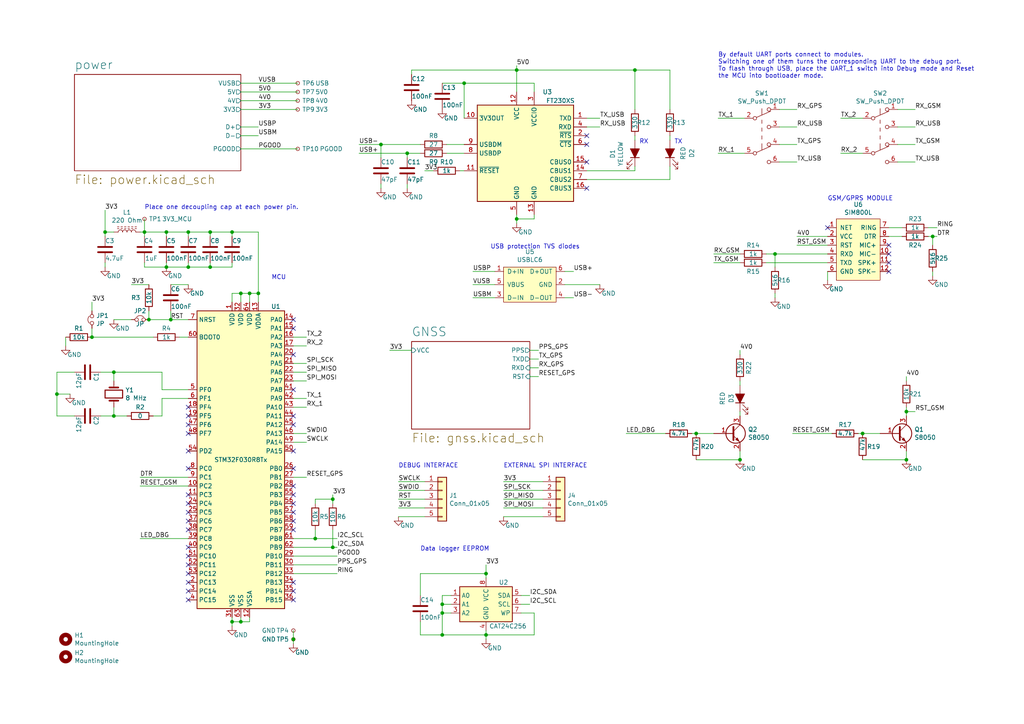
<source format=kicad_sch>
(kicad_sch (version 20211123) (generator eeschema)
  (paper "A4")
  (title_block (title "GPS Tracker Basic") (date "2020-11-07") (rev "1.0") (company "The Antenna Guy"))
  (junction (at 140.97 184.15))
  (junction (at 49.53 92.71))
  (junction (at 41.91 67.31))
  (junction (at 184.15 20.32))
  (junction (at 118.11 44.45))
  (junction (at 48.26 77.47))
  (junction (at 16.51 114.3))
  (junction (at 250.19 125.73))
  (junction (at 30.48 67.31))
  (junction (at 140.97 166.37))
  (junction (at 128.27 184.15))
  (junction (at 54.61 77.47))
  (junction (at 69.85 180.34))
  (junction (at 201.93 125.73))
  (junction (at 91.44 156.21))
  (junction (at 48.26 67.31))
  (junction (at 26.67 97.79))
  (junction (at 262.89 133.35))
  (junction (at 96.52 158.75))
  (junction (at 96.52 144.78))
  (junction (at 214.63 133.35))
  (junction (at 69.85 85.09))
  (junction (at 128.27 175.26))
  (junction (at 54.61 67.31))
  (junction (at 72.39 85.09))
  (junction (at 43.18 92.71))
  (junction (at 33.02 120.65))
  (junction (at 134.62 24.13))
  (junction (at 33.02 107.95))
  (junction (at 262.89 119.38))
  (junction (at 110.49 41.91))
  (junction (at 67.31 180.34))
  (junction (at 67.31 67.31))
  (junction (at 74.93 85.09))
  (junction (at 149.86 63.5))
  (junction (at 85.09 185.42))
  (junction (at 128.27 177.8))
  (junction (at 60.96 77.47))
  (junction (at 224.79 73.66))
  (junction (at 60.96 67.31))
  (junction (at 270.51 68.58))
  (junction (at 149.86 20.32))
  (no_connect (at 257.81 71.12))
  (no_connect (at 85.09 171.45))
  (no_connect (at 85.09 146.05))
  (no_connect (at 54.61 135.89))
  (no_connect (at 85.09 168.91))
  (no_connect (at 54.61 168.91))
  (no_connect (at 54.61 158.75))
  (no_connect (at 54.61 143.51))
  (no_connect (at 257.81 73.66))
  (no_connect (at 54.61 146.05))
  (no_connect (at 54.61 130.81))
  (no_connect (at 85.09 102.87))
  (no_connect (at 54.61 161.29))
  (no_connect (at 54.61 163.83))
  (no_connect (at 170.18 41.91))
  (no_connect (at 54.61 173.99))
  (no_connect (at 85.09 135.89))
  (no_connect (at 257.81 76.2))
  (no_connect (at 85.09 173.99))
  (no_connect (at 85.09 153.67))
  (no_connect (at 85.09 130.81))
  (no_connect (at 85.09 113.03))
  (no_connect (at 54.61 125.73))
  (no_connect (at 85.09 148.59))
  (no_connect (at 85.09 123.19))
  (no_connect (at 85.09 140.97))
  (no_connect (at 85.09 143.51))
  (no_connect (at 170.18 54.61))
  (no_connect (at 170.18 46.99))
  (no_connect (at 170.18 39.37))
  (no_connect (at 240.03 66.04))
  (no_connect (at 85.09 151.13))
  (no_connect (at 54.61 120.65))
  (no_connect (at 85.09 120.65))
  (no_connect (at 54.61 166.37))
  (no_connect (at 54.61 151.13))
  (no_connect (at 257.81 78.74))
  (no_connect (at 54.61 171.45))
  (no_connect (at 54.61 153.67))
  (no_connect (at 85.09 95.25))
  (no_connect (at 54.61 118.11))
  (no_connect (at 54.61 148.59))
  (no_connect (at 85.09 92.71))
  (no_connect (at 54.61 123.19))
  (wire (pts (xy 91.44 156.21) (xy 97.79 156.21)))
  (wire (pts (xy 146.05 139.7) (xy 157.48 139.7)))
  (wire (pts (xy 85.09 107.95) (xy 88.9 107.95)))
  (wire (pts (xy 54.61 68.58) (xy 54.61 67.31)))
  (wire (pts (xy 128.27 24.13) (xy 134.62 24.13)))
  (wire (pts (xy 26.67 97.79) (xy 26.67 95.25)))
  (wire (pts (xy 72.39 85.09) (xy 69.85 85.09)))
  (wire (pts (xy 250.19 133.35) (xy 262.89 133.35)))
  (wire (pts (xy 67.31 181.61) (xy 67.31 180.34)))
  (wire (pts (xy 128.27 184.15) (xy 140.97 184.15)))
  (wire (pts (xy 49.53 92.71) (xy 54.61 92.71)))
  (wire (pts (xy 243.84 44.45) (xy 250.19 44.45)))
  (wire (pts (xy 270.51 71.12) (xy 270.51 68.58)))
  (wire (pts (xy 153.67 106.68) (xy 156.21 106.68)))
  (wire (pts (xy 119.38 20.32) (xy 149.86 20.32)))
  (wire (pts (xy 184.15 31.75) (xy 184.15 20.32)))
  (wire (pts (xy 128.27 172.72) (xy 128.27 175.26)))
  (wire (pts (xy 260.35 36.83) (xy 265.43 36.83)))
  (wire (pts (xy 54.61 67.31) (xy 60.96 67.31)))
  (wire (pts (xy 214.63 111.76) (xy 214.63 110.49)))
  (wire (pts (xy 69.85 31.75) (xy 86.36 31.75)))
  (wire (pts (xy 118.11 54.61) (xy 118.11 53.34)))
  (wire (pts (xy 74.93 85.09) (xy 72.39 85.09)))
  (wire (pts (xy 128.27 175.26) (xy 128.27 177.8)))
  (wire (pts (xy 46.99 107.95) (xy 46.99 113.03)))
  (wire (pts (xy 229.87 125.73) (xy 241.3 125.73)))
  (wire (pts (xy 67.31 180.34) (xy 67.31 179.07)))
  (wire (pts (xy 16.51 120.65) (xy 21.59 120.65)))
  (wire (pts (xy 170.18 52.07) (xy 194.31 52.07)))
  (wire (pts (xy 270.51 68.58) (xy 271.78 68.58)))
  (wire (pts (xy 146.05 144.78) (xy 157.48 144.78)))
  (wire (pts (xy 260.35 46.99) (xy 265.43 46.99)))
  (wire (pts (xy 69.85 180.34) (xy 67.31 180.34)))
  (wire (pts (xy 207.01 76.2) (xy 214.63 76.2)))
  (wire (pts (xy 154.94 24.13) (xy 134.62 24.13)))
  (wire (pts (xy 151.13 177.8) (xy 154.94 177.8)))
  (wire (pts (xy 184.15 48.26) (xy 184.15 49.53)))
  (wire (pts (xy 193.04 125.73) (xy 181.61 125.73)))
  (wire (pts (xy 97.79 166.37) (xy 85.09 166.37)))
  (wire (pts (xy 157.48 142.24) (xy 146.05 142.24)))
  (wire (pts (xy 88.9 118.11) (xy 85.09 118.11)))
  (wire (pts (xy 19.05 97.79) (xy 19.05 100.33)))
  (wire (pts (xy 146.05 147.32) (xy 157.48 147.32)))
  (wire (pts (xy 121.92 180.34) (xy 121.92 184.15)))
  (wire (pts (xy 72.39 87.63) (xy 72.39 85.09)))
  (wire (pts (xy 224.79 73.66) (xy 222.25 73.66)))
  (wire (pts (xy 30.48 67.31) (xy 33.02 67.31)))
  (wire (pts (xy 140.97 166.37) (xy 140.97 163.83)))
  (wire (pts (xy 194.31 20.32) (xy 184.15 20.32)))
  (wire (pts (xy 261.62 66.04) (xy 257.81 66.04)))
  (wire (pts (xy 226.06 36.83) (xy 231.14 36.83)))
  (wire (pts (xy 60.96 67.31) (xy 67.31 67.31)))
  (wire (pts (xy 153.67 101.6) (xy 156.21 101.6)))
  (wire (pts (xy 29.21 107.95) (xy 33.02 107.95)))
  (wire (pts (xy 271.78 66.04) (xy 269.24 66.04)))
  (wire (pts (xy 201.93 125.73) (xy 207.01 125.73)))
  (wire (pts (xy 69.85 87.63) (xy 69.85 85.09)))
  (wire (pts (xy 54.61 76.2) (xy 54.61 77.47)))
  (wire (pts (xy 33.02 120.65) (xy 33.02 118.11)))
  (wire (pts (xy 118.11 44.45) (xy 121.92 44.45)))
  (wire (pts (xy 41.91 77.47) (xy 48.26 77.47)))
  (wire (pts (xy 166.37 78.74) (xy 163.83 78.74)))
  (wire (pts (xy 52.07 97.79) (xy 54.61 97.79)))
  (wire (pts (xy 208.28 44.45) (xy 215.9 44.45)))
  (wire (pts (xy 48.26 67.31) (xy 54.61 67.31)))
  (wire (pts (xy 67.31 85.09) (xy 67.31 87.63)))
  (wire (pts (xy 29.21 120.65) (xy 33.02 120.65)))
  (wire (pts (xy 85.09 163.83) (xy 97.79 163.83)))
  (wire (pts (xy 262.89 118.11) (xy 262.89 119.38)))
  (wire (pts (xy 149.86 63.5) (xy 149.86 62.23)))
  (wire (pts (xy 60.96 77.47) (xy 67.31 77.47)))
  (wire (pts (xy 270.51 80.01) (xy 270.51 78.74)))
  (wire (pts (xy 69.85 85.09) (xy 67.31 85.09)))
  (wire (pts (xy 88.9 128.27) (xy 85.09 128.27)))
  (wire (pts (xy 243.84 34.29) (xy 250.19 34.29)))
  (wire (pts (xy 134.62 34.29) (xy 134.62 24.13)))
  (wire (pts (xy 74.93 85.09) (xy 74.93 67.31)))
  (wire (pts (xy 48.26 77.47) (xy 54.61 77.47)))
  (wire (pts (xy 151.13 175.26) (xy 153.67 175.26)))
  (wire (pts (xy 85.09 186.69) (xy 85.09 185.42)))
  (wire (pts (xy 85.09 156.21) (xy 91.44 156.21)))
  (wire (pts (xy 43.18 92.71) (xy 49.53 92.71)))
  (wire (pts (xy 194.31 40.64) (xy 194.31 39.37)))
  (wire (pts (xy 48.26 68.58) (xy 48.26 67.31)))
  (wire (pts (xy 91.44 153.67) (xy 91.44 156.21)))
  (wire (pts (xy 85.09 105.41) (xy 88.9 105.41)))
  (wire (pts (xy 30.48 68.58) (xy 30.48 67.31)))
  (wire (pts (xy 194.31 31.75) (xy 194.31 20.32)))
  (wire (pts (xy 240.03 71.12) (xy 231.14 71.12)))
  (wire (pts (xy 33.02 107.95) (xy 46.99 107.95)))
  (wire (pts (xy 163.83 82.55) (xy 173.99 82.55)))
  (wire (pts (xy 257.81 68.58) (xy 261.62 68.58)))
  (wire (pts (xy 184.15 20.32) (xy 149.86 20.32)))
  (wire (pts (xy 143.51 86.36) (xy 137.16 86.36)))
  (wire (pts (xy 262.89 119.38) (xy 262.89 120.65)))
  (wire (pts (xy 54.61 138.43) (xy 40.64 138.43)))
  (wire (pts (xy 184.15 49.53) (xy 170.18 49.53)))
  (wire (pts (xy 44.45 120.65) (xy 46.99 120.65)))
  (wire (pts (xy 240.03 81.28) (xy 240.03 78.74)))
  (wire (pts (xy 74.93 87.63) (xy 74.93 85.09)))
  (wire (pts (xy 154.94 63.5) (xy 149.86 63.5)))
  (wire (pts (xy 69.85 36.83) (xy 74.93 36.83)))
  (wire (pts (xy 119.38 101.6) (xy 113.03 101.6)))
  (wire (pts (xy 201.93 125.73) (xy 200.66 125.73)))
  (wire (pts (xy 143.51 82.55) (xy 137.16 82.55)))
  (wire (pts (xy 129.54 44.45) (xy 134.62 44.45)))
  (wire (pts (xy 43.18 90.17) (xy 43.18 92.71)))
  (wire (pts (xy 97.79 161.29) (xy 85.09 161.29)))
  (wire (pts (xy 85.09 97.79) (xy 88.9 97.79)))
  (wire (pts (xy 201.93 133.35) (xy 214.63 133.35)))
  (wire (pts (xy 194.31 52.07) (xy 194.31 48.26)))
  (wire (pts (xy 226.06 46.99) (xy 231.14 46.99)))
  (wire (pts (xy 269.24 68.58) (xy 270.51 68.58)))
  (wire (pts (xy 121.92 166.37) (xy 121.92 172.72)))
  (wire (pts (xy 208.28 34.29) (xy 215.9 34.29)))
  (wire (pts (xy 250.19 125.73) (xy 255.27 125.73)))
  (wire (pts (xy 85.09 110.49) (xy 88.9 110.49)))
  (wire (pts (xy 151.13 172.72) (xy 153.67 172.72)))
  (wire (pts (xy 21.59 107.95) (xy 16.51 107.95)))
  (wire (pts (xy 115.57 149.86) (xy 123.19 149.86)))
  (wire (pts (xy 153.67 109.22) (xy 156.21 109.22)))
  (wire (pts (xy 69.85 26.67) (xy 86.36 26.67)))
  (wire (pts (xy 67.31 76.2) (xy 67.31 77.47)))
  (wire (pts (xy 40.64 140.97) (xy 54.61 140.97)))
  (wire (pts (xy 46.99 115.57) (xy 54.61 115.57)))
  (wire (pts (xy 262.89 133.35) (xy 262.89 130.81)))
  (wire (pts (xy 96.52 144.78) (xy 96.52 143.51)))
  (wire (pts (xy 69.85 179.07) (xy 69.85 180.34)))
  (wire (pts (xy 250.19 125.73) (xy 248.92 125.73)))
  (wire (pts (xy 123.19 139.7) (xy 115.57 139.7)))
  (wire (pts (xy 130.81 175.26) (xy 128.27 175.26)))
  (wire (pts (xy 46.99 120.65) (xy 46.99 115.57)))
  (wire (pts (xy 67.31 67.31) (xy 74.93 67.31)))
  (wire (pts (xy 115.57 147.32) (xy 123.19 147.32)))
  (wire (pts (xy 20.32 114.3) (xy 16.51 114.3)))
  (wire (pts (xy 118.11 44.45) (xy 104.14 44.45)))
  (wire (pts (xy 226.06 31.75) (xy 231.14 31.75)))
  (wire (pts (xy 240.03 73.66) (xy 224.79 73.66)))
  (wire (pts (xy 129.54 41.91) (xy 134.62 41.91)))
  (wire (pts (xy 265.43 119.38) (xy 262.89 119.38)))
  (wire (pts (xy 60.96 68.58) (xy 60.96 67.31)))
  (wire (pts (xy 140.97 184.15) (xy 154.94 184.15)))
  (wire (pts (xy 69.85 24.13) (xy 86.36 24.13)))
  (wire (pts (xy 140.97 166.37) (xy 121.92 166.37)))
  (wire (pts (xy 33.02 107.95) (xy 33.02 110.49)))
  (wire (pts (xy 224.79 77.47) (xy 224.79 73.66)))
  (wire (pts (xy 72.39 179.07) (xy 72.39 180.34)))
  (wire (pts (xy 30.48 67.31) (xy 30.48 60.96)))
  (wire (pts (xy 140.97 184.15) (xy 140.97 182.88)))
  (wire (pts (xy 123.19 49.53) (xy 125.73 49.53)))
  (wire (pts (xy 226.06 41.91) (xy 231.14 41.91)))
  (wire (pts (xy 262.89 110.49) (xy 262.89 109.22)))
  (wire (pts (xy 260.35 41.91) (xy 265.43 41.91)))
  (wire (pts (xy 26.67 90.17) (xy 26.67 87.63)))
  (wire (pts (xy 173.99 36.83) (xy 170.18 36.83)))
  (wire (pts (xy 154.94 184.15) (xy 154.94 177.8)))
  (wire (pts (xy 123.19 144.78) (xy 115.57 144.78)))
  (wire (pts (xy 260.35 31.75) (xy 265.43 31.75)))
  (wire (pts (xy 85.09 115.57) (xy 88.9 115.57)))
  (wire (pts (xy 41.91 67.31) (xy 48.26 67.31)))
  (wire (pts (xy 140.97 184.15) (xy 140.97 185.42)))
  (wire (pts (xy 130.81 172.72) (xy 128.27 172.72)))
  (wire (pts (xy 140.97 167.64) (xy 140.97 166.37)))
  (wire (pts (xy 96.52 158.75) (xy 97.79 158.75)))
  (wire (pts (xy 224.79 86.36) (xy 224.79 85.09)))
  (wire (pts (xy 149.86 64.77) (xy 149.86 63.5)))
  (wire (pts (xy 16.51 107.95) (xy 16.51 114.3)))
  (wire (pts (xy 40.64 67.31) (xy 41.91 67.31)))
  (wire (pts (xy 46.99 113.03) (xy 54.61 113.03)))
  (wire (pts (xy 110.49 41.91) (xy 121.92 41.91)))
  (wire (pts (xy 96.52 146.05) (xy 96.52 144.78)))
  (wire (pts (xy 41.91 77.47) (xy 41.91 76.2)))
  (wire (pts (xy 118.11 45.72) (xy 118.11 44.45)))
  (wire (pts (xy 91.44 146.05) (xy 91.44 144.78)))
  (wire (pts (xy 41.91 68.58) (xy 41.91 67.31)))
  (wire (pts (xy 149.86 20.32) (xy 149.86 19.05)))
  (wire (pts (xy 49.53 82.55) (xy 54.61 82.55)))
  (wire (pts (xy 214.63 101.6) (xy 214.63 102.87)))
  (wire (pts (xy 85.09 138.43) (xy 88.9 138.43)))
  (wire (pts (xy 48.26 77.47) (xy 48.26 76.2)))
  (wire (pts (xy 222.25 76.2) (xy 240.03 76.2)))
  (wire (pts (xy 128.27 177.8) (xy 128.27 184.15)))
  (wire (pts (xy 166.37 86.36) (xy 163.83 86.36)))
  (wire (pts (xy 110.49 45.72) (xy 110.49 41.91)))
  (wire (pts (xy 85.09 100.33) (xy 88.9 100.33)))
  (wire (pts (xy 96.52 153.67) (xy 96.52 158.75)))
  (wire (pts (xy 119.38 21.59) (xy 119.38 20.32)))
  (wire (pts (xy 54.61 156.21) (xy 40.64 156.21)))
  (wire (pts (xy 157.48 149.86) (xy 146.05 149.86)))
  (wire (pts (xy 38.1 82.55) (xy 43.18 82.55)))
  (wire (pts (xy 54.61 77.47) (xy 60.96 77.47)))
  (wire (pts (xy 72.39 180.34) (xy 69.85 180.34)))
  (wire (pts (xy 214.63 73.66) (xy 207.01 73.66)))
  (wire (pts (xy 184.15 40.64) (xy 184.15 39.37)))
  (wire (pts (xy 41.91 67.31) (xy 41.91 63.5)))
  (wire (pts (xy 134.62 49.53) (xy 133.35 49.53)))
  (wire (pts (xy 85.09 158.75) (xy 96.52 158.75)))
  (wire (pts (xy 85.09 185.42) (xy 85.09 182.88)))
  (wire (pts (xy 149.86 26.67) (xy 149.86 20.32)))
  (wire (pts (xy 154.94 26.67) (xy 154.94 24.13)))
  (wire (pts (xy 170.18 34.29) (xy 173.99 34.29)))
  (wire (pts (xy 91.44 144.78) (xy 96.52 144.78)))
  (wire (pts (xy 121.92 184.15) (xy 128.27 184.15)))
  (wire (pts (xy 214.63 120.65) (xy 214.63 119.38)))
  (wire (pts (xy 153.67 104.14) (xy 156.21 104.14)))
  (wire (pts (xy 154.94 62.23) (xy 154.94 63.5)))
  (wire (pts (xy 36.83 120.65) (xy 33.02 120.65)))
  (wire (pts (xy 69.85 39.37) (xy 74.93 39.37)))
  (wire (pts (xy 231.14 68.58) (xy 240.03 68.58)))
  (wire (pts (xy 214.63 133.35) (xy 214.63 130.81)))
  (wire (pts (xy 49.53 92.71) (xy 49.53 90.17)))
  (wire (pts (xy 69.85 29.21) (xy 86.36 29.21)))
  (wire (pts (xy 16.51 114.3) (xy 16.51 120.65)))
  (wire (pts (xy 33.02 92.71) (xy 38.1 92.71)))
  (wire (pts (xy 130.81 177.8) (xy 128.27 177.8)))
  (wire (pts (xy 110.49 54.61) (xy 110.49 53.34)))
  (wire (pts (xy 123.19 142.24) (xy 115.57 142.24)))
  (wire (pts (xy 110.49 41.91) (xy 104.14 41.91)))
  (wire (pts (xy 143.51 78.74) (xy 137.16 78.74)))
  (wire (pts (xy 67.31 67.31) (xy 67.31 68.58)))
  (wire (pts (xy 26.67 97.79) (xy 44.45 97.79)))
  (wire (pts (xy 85.09 125.73) (xy 88.9 125.73)))
  (wire (pts (xy 30.48 77.47) (xy 30.48 76.2)))
  (wire (pts (xy 60.96 76.2) (xy 60.96 77.47)))
  (wire (pts (xy 69.85 43.18) (xy 86.36 43.18)))
  (text "Place one decoupling cap at each power pin." (at 41.91 60.96 0) (effects (font (size 1.27 1.27)) (justify left bottom)))
  (text "By default UART ports connect to modules.\nSwitching one of them turns the corresponding UART to the debug port.\nTo flash through USB, place the UART_1 switch into Debug mode and Reset \nthe MCU into bootloader mode." (at 208.28 22.86 0) (effects (font (size 1.27 1.27)) (justify left bottom)))
  (text "TX" (at 195.58 41.91 0) (effects (font (size 1.27 1.27)) (justify left bottom)))
  (text "DEBUG INTERFACE" (at 115.57 135.89 0) (effects (font (size 1.27 1.27)) (justify left bottom)))
  (text "USB protection TVS diodes " (at 142.24 72.39 0) (effects (font (size 1.27 1.27)) (justify left bottom)))
  (text "EXTERNAL SPI INTERFACE" (at 146.05 135.89 0) (effects (font (size 1.27 1.27)) (justify left bottom)))
  (text "MCU" (at 78.74 81.28 0) (effects (font (size 1.27 1.27)) (justify left bottom)))
  (text "Data logger EEPROM" (at 121.92 160.02 0) (effects (font (size 1.27 1.27)) (justify left bottom)))
  (text "GSM/GPRS MODULE" (at 240.03 58.42 0) (effects (font (size 1.27 1.27)) (justify left bottom)))
  (text "RX" (at 185.42 41.91 0) (effects (font (size 1.27 1.27)) (justify left bottom)))
  (label "USBP" (at 137.16 78.74 0))
  (label "TX_GPS" (at 231.14 41.91 0))
  (label "4V0" (at 214.63 101.6 0))
  (label "PGOOD" (at 97.79 161.29 0))
  (label "4V0" (at 231.14 68.58 0))
  (label "3V3" (at 26.67 87.63 0))
  (label "TX_USB" (at 173.99 34.29 0))
  (label "RX_GPS" (at 156.21 106.68 0))
  (label "3V3" (at 113.03 101.6 0))
  (label "TX_USB" (at 231.14 46.99 0))
  (label "RX_1" (at 208.28 44.45 0))
  (label "SPI_SCK" (at 146.05 142.24 0))
  (label "RESET_GPS" (at 88.9 138.43 0))
  (label "USBM" (at 74.93 39.37 0))
  (label "RST_GSM" (at 265.43 119.38 0))
  (label "USB-" (at 166.37 86.36 0))
  (label "3V3" (at 74.93 31.75 0))
  (label "VUSB" (at 74.93 24.13 0))
  (label "SPI_MOSI" (at 146.05 147.32 0))
  (label "DTR" (at 40.64 138.43 0))
  (label "TX_GSM" (at 207.01 76.2 0))
  (label "PPS_GPS" (at 97.79 163.83 0))
  (label "RX_GSM" (at 265.43 31.75 0))
  (label "SWCLK" (at 115.57 139.7 0))
  (label "SPI_MOSI" (at 88.9 110.49 0))
  (label "3V3" (at 115.57 147.32 0))
  (label "RST" (at 49.53 92.71 0))
  (label "RING" (at 271.78 66.04 0))
  (label "SWDIO" (at 115.57 142.24 0))
  (label "RX_2" (at 243.84 44.45 0))
  (label "LED_DBG" (at 40.64 156.21 0))
  (label "PPS_GPS" (at 156.21 101.6 0))
  (label "TX_2" (at 88.9 97.79 0))
  (label "RX_USB" (at 231.14 36.83 0))
  (label "RST" (at 115.57 144.78 0))
  (label "SPI_MISO" (at 146.05 144.78 0))
  (label "SWDIO" (at 88.9 125.73 0))
  (label "TX_GSM" (at 265.43 41.91 0))
  (label "5V0" (at 149.86 19.05 0))
  (label "VUSB" (at 137.16 82.55 0))
  (label "SWCLK" (at 88.9 128.27 0))
  (label "TX_1" (at 88.9 115.57 0))
  (label "3V3" (at 96.52 143.51 0))
  (label "RX_USB" (at 173.99 36.83 0))
  (label "RING" (at 97.79 166.37 0))
  (label "RX_1" (at 88.9 118.11 0))
  (label "I2C_SCL" (at 153.67 175.26 0))
  (label "DTR" (at 271.78 68.58 0))
  (label "5V0" (at 74.93 26.67 0))
  (label "RX_GPS" (at 231.14 31.75 0))
  (label "RX_2" (at 88.9 100.33 0))
  (label "TX_1" (at 208.28 34.29 0))
  (label "3V3" (at 123.19 49.53 0))
  (label "TX_USB" (at 265.43 46.99 0))
  (label "I2C_SCL" (at 97.79 156.21 0))
  (label "PGOOD" (at 74.93 43.18 0))
  (label "RST_GSM" (at 231.14 71.12 0))
  (label "USB+" (at 104.14 44.45 0))
  (label "USBP" (at 74.93 36.83 0))
  (label "TX_2" (at 243.84 34.29 0))
  (label "RX_USB" (at 265.43 36.83 0))
  (label "SPI_MISO" (at 88.9 107.95 0))
  (label "USB-" (at 104.14 41.91 0))
  (label "3V3" (at 140.97 163.83 0))
  (label "4V0" (at 262.89 109.22 0))
  (label "3V3" (at 146.05 139.7 0))
  (label "LED_DBG" (at 181.61 125.73 0))
  (label "3V3" (at 30.48 60.96 0))
  (label "4V0" (at 74.93 29.21 0))
  (label "3V3" (at 38.1 82.55 0))
  (label "RESET_GPS" (at 156.21 109.22 0))
  (label "I2C_SDA" (at 153.67 172.72 0))
  (label "RESET_GSM" (at 229.87 125.73 0))
  (label "USBM" (at 137.16 86.36 0))
  (label "TX_GPS" (at 156.21 104.14 0))
  (label "SPI_SCK" (at 88.9 105.41 0))
  (label "RESET_GSM" (at 40.64 140.97 0))
  (label "USB+" (at 166.37 78.74 0))
  (label "RX_GSM" (at 207.01 73.66 0))
  (label "I2C_SDA" (at 97.79 158.75 0))
  (symbol (lib_id "Device:C") (at 118.11 49.53 0) (unit 1)
    (property "Reference" "C11" (at 118.11 46.99 0) (effects (justify left)))
    (property "Value" "47pF" (at 118.11 52.07 0) (effects (justify left)))
    (property "Footprint" "Capacitor_SMD:C_0402_1005Metric" (effects hide))
    (property "LCSC" "C1567" (effects hide))
    (property "Manufacturer" "Guangdong Fenghua Advanced Tech" (effects hide))
    (property "Mfr. PN" "0402CG470J500NT" (effects hide))
    (property "Supplier" "LCSC" (effects hide))
    (property "Supplier PN" "C1567" (effects hide))
  )
  (symbol (lib_id "Device:C") (at 119.38 25.4 0) (unit 1)
    (property "Reference" "C12" (at 119.38 22.86 0) (effects (justify left)))
    (property "Value" "100nF" (at 119.38 27.94 0) (effects (justify left)))
    (property "Footprint" "Capacitor_SMD:C_0402_1005Metric" (effects hide))
    (property "Datasheet" "Samsung-Electro-Mechanics-CL05B104KO5NNNC_C1525.pdf" (effects hide))
    (property "LCSC" "C1525" (effects hide))
    (property "Manufacturer" "Samsung Electro-Mechanics" (effects hide))
    (property "Mfr. PN" "CL05B104KO5NNNC" (effects hide))
    (property "Supplier" "LCSC" (effects hide))
    (property "Supplier PN" "C1525" (effects hide))
  )
  (symbol (lib_id "Interface_USB:FT230XS") (at 152.4 44.45 0) (unit 1)
    (property "Reference" "U3" (at 158.75 26.67 0))
    (property "Value" "FT230XS" (at 162.56 29.21 0))
    (property "Footprint" "Package_SO:SSOP-16_3.9x4.9mm_P0.635mm" (effects hide))
    (property "Datasheet" "https://www.ftdichip.com/Support/Documents/DataSheets/ICs/DS_FT230X.pdf" (effects hide))
    (property "LCSC" "-" (effects hide))
    (property "Manufacturer" "FTDI" (effects hide))
    (property "Mfr. PN" "FT230XS" (effects hide))
    (property "Supplier" "Mouser" (effects hide))
    (property "Supplier PN" "-" (effects hide))
  )
  (symbol (lib_id "Device:Crystal") (at 33.02 114.3 270) (unit 1)
    (property "Reference" "Y1" (at 36.3474 113.1316 90) (effects (justify left)))
    (property "Value" "8 MHz" (at 36.3474 115.443 90) (effects (justify left)))
    (property "Footprint" "Crystal:Crystal_SMD_5032-2Pin_5.0x3.2mm" (effects hide))
    (property "Datasheet" "https://pt.mouser.com/datasheet/2/122/ECX-53Q-1595881.pdf" (effects hide))
    (property "LCSC" "-" (effects hide))
    (property "Manufacturer" "ECS" (effects hide))
    (property "Mfr. PN" "ECS-80-12-30Q-DS-TR" (effects hide))
    (property "Supplier" "Mouser" (effects hide))
    (property "Supplier PN" "520-80-12-30Q-DST " (effects hide))
  )
  (symbol (lib_id "Device:C") (at 25.4 107.95 270) (unit 1)
    (property "Reference" "C1" (at 27.94 107.95 0) (effects (justify left)))
    (property "Value" "12pF" (at 22.86 107.95 0) (effects (justify left)))
    (property "Footprint" "Capacitor_SMD:C_0402_1005Metric" (effects hide))
    (property "Datasheet" "Guangdong-Fenghua-Advanced-Tech-0402CG120J500NT_C1547.pdf" (effects hide))
    (property "LCSC" "C1547" (effects hide))
    (property "Manufacturer" "Guangdong Fenghua Advanced Tech" (effects hide))
    (property "Mfr. PN" "0402CG120J500NT" (effects hide))
    (property "Supplier" "LCSC" (effects hide))
    (property "Supplier PN" "C1547" (effects hide))
  )
  (symbol (lib_id "power:GND") (at 119.38 29.21 0) (unit 1)
    (property "Reference" "#PWR0101" (effects hide))
    (property "Value" "GND" (at 121.92 31.75 0))
  )
  (symbol (lib_id "gps_tracker:USBLC6") (at 153.67 82.55 0) (unit 1)
    (property "Reference" "U5" (at 153.67 73.025 0))
    (property "Value" "USBLC6" (at 153.67 75.3364 0))
    (property "Footprint" "Package_TO_SOT_SMD:SOT-23-6" (effects hide))
    (property "Datasheet" "https://www.st.com/resource/en/datasheet/usblc6-2.pdf" (effects hide))
    (property "LCSC" "C7519" (effects hide))
    (property "Manufacturer" "STMicroelectronics" (effects hide))
    (property "Mfr. PN" "USBLC6-2SC6" (effects hide))
    (property "Supplier" "Mouser" (effects hide))
    (property "Supplier PN" "511-USBLC6-2SC6" (effects hide))
  )
  (symbol (lib_id "power:GND") (at 149.86 64.77 0) (unit 1)
    (property "Reference" "#PWR0102" (effects hide))
    (property "Value" "GND" (at 152.4 67.31 0))
  )
  (symbol (lib_id "power:GND") (at 20.32 114.3 0) (unit 1)
    (property "Reference" "#PWR02" (effects hide))
    (property "Value" "GND" (at 22.86 116.84 0))
  )
  (symbol (lib_id "power:GND") (at 224.79 86.36 0) (unit 1)
    (property "Reference" "#PWR018" (effects hide))
    (property "Value" "GND" (at 227.33 88.9 0))
  )
  (symbol (lib_id "Device:R") (at 218.44 76.2 90) (unit 1)
    (property "Reference" "R15" (at 218.44 78.74 90))
    (property "Value" "1k" (at 218.44 76.2 90))
    (property "Footprint" "Resistor_SMD:R_0402_1005Metric" (effects hide))
    (property "Datasheet" "https://datasheet.lcsc.com/szlcsc/Uniroyal-Elec-0402WGF1001TCE_C11702.pdf" (effects hide))
    (property "LCSC" "C11702" (effects hide))
    (property "Manufacturer" "Uniroyal Elec" (effects hide))
    (property "Mfr. PN" "0402WGF1001TCE" (effects hide))
    (property "Supplier" "LCSC" (effects hide))
    (property "Supplier PN" "C11702" (effects hide))
  )
  (symbol (lib_id "Device:R") (at 224.79 81.28 180) (unit 1)
    (property "Reference" "R16" (at 227.33 81.28 0))
    (property "Value" "5k6" (at 224.79 81.28 90))
    (property "Footprint" "Resistor_SMD:R_0402_1005Metric" (effects hide))
    (property "Datasheet" "Uniroyal-Elec-0402WGF5601TCE_C25908.pdf" (effects hide))
    (property "LCSC" "C25908" (effects hide))
    (property "Manufacturer" "Uniroyal Elec" (effects hide))
    (property "Mfr. PN" "0402WGF5601TCE" (effects hide))
    (property "Supplier" "LCSC" (effects hide))
    (property "Supplier PN" "C25908" (effects hide))
  )
  (symbol (lib_id "Device:R") (at 218.44 73.66 90) (unit 1)
    (property "Reference" "R14" (at 218.44 71.12 90))
    (property "Value" "1k" (at 218.44 73.66 90))
    (property "Footprint" "Resistor_SMD:R_0402_1005Metric" (effects hide))
    (property "Datasheet" "https://datasheet.lcsc.com/szlcsc/Uniroyal-Elec-0402WGF1001TCE_C11702.pdf" (effects hide))
    (property "LCSC" "C11702" (effects hide))
    (property "Manufacturer" "Uniroyal Elec" (effects hide))
    (property "Mfr. PN" "0402WGF1001TCE" (effects hide))
    (property "Supplier" "LCSC" (effects hide))
    (property "Supplier PN" "C11702" (effects hide))
  )
  (symbol (lib_id "Device:C") (at 25.4 120.65 270) (unit 1)
    (property "Reference" "C2" (at 27.94 120.65 0) (effects (justify left)))
    (property "Value" "12pF" (at 22.86 120.65 0) (effects (justify left)))
    (property "Footprint" "Capacitor_SMD:C_0402_1005Metric" (effects hide))
    (property "Datasheet" "Guangdong-Fenghua-Advanced-Tech-0402CG120J500NT_C1547.pdf" (effects hide))
    (property "LCSC" "C1547" (effects hide))
    (property "Manufacturer" "Guangdong Fenghua Advanced Tech" (effects hide))
    (property "Mfr. PN" "0402CG120J500NT" (effects hide))
    (property "Supplier" "LCSC" (effects hide))
    (property "Supplier PN" "C1547" (effects hide))
  )
  (symbol (lib_id "gps_tracker:SIM800L") (at 248.92 72.39 0) (unit 1)
    (property "Reference" "U6" (at 248.92 59.309 0))
    (property "Value" "SIM800L" (at 248.92 61.6204 0))
    (property "Footprint" "gps_tracker:SIM_800L_breakout" (effects hide))
    (property "Datasheet" "https://img.filipeflop.com/files/download/Datasheet_SIM800L.pdf" (effects hide))
    (property "LCSC" "-" (effects hide))
    (property "Manufacturer" "SIM" (effects hide))
    (property "Mfr. PN" "SIM800L" (effects hide))
    (property "Supplier" "-" (effects hide))
    (property "Supplier PN" "-" (effects hide))
  )
  (symbol (lib_id "power:GND") (at 240.03 81.28 0) (unit 1)
    (property "Reference" "#PWR019" (effects hide))
    (property "Value" "GND" (at 242.57 83.82 0))
  )
  (symbol (lib_id "Device:R") (at 245.11 125.73 270) (unit 1)
    (property "Reference" "R17" (at 245.11 123.19 90))
    (property "Value" "4.7k" (at 245.11 125.73 90))
    (property "Footprint" "Resistor_SMD:R_0402_1005Metric" (effects hide))
    (property "Datasheet" "Uniroyal-Elec-0402WGF4701TCE_C25900.pdf" (effects hide))
    (property "LCSC" "C25900" (effects hide))
    (property "Manufacturer" "Uniroyal Elec" (effects hide))
    (property "Mfr. PN" "0402WGF4701TCE" (effects hide))
    (property "Supplier" "LCSC" (effects hide))
    (property "Supplier PN" "C25900" (effects hide))
  )
  (symbol (lib_id "Device:R") (at 250.19 129.54 0) (unit 1)
    (property "Reference" "R19" (at 251.46 129.54 0) (effects (justify left)))
    (property "Value" "47k" (at 250.19 130.81 90) (effects (justify left)))
    (property "Footprint" "Resistor_SMD:R_0402_1005Metric" (effects hide))
    (property "Datasheet" "Uniroyal-Elec-0402WGF4702TCE_C25792.pdf" (effects hide))
    (property "LCSC" "C25792" (effects hide))
    (property "Manufacturer" "Uniroyal Elec" (effects hide))
    (property "Mfr. PN" "0402WGF4702TCE" (effects hide))
    (property "Supplier" "LCSC" (effects hide))
    (property "Supplier PN" "C25792" (effects hide))
  )
  (symbol (lib_id "power:GND") (at 262.89 133.35 0) (unit 1)
    (property "Reference" "#PWR020" (effects hide))
    (property "Value" "GND" (at 265.43 135.89 0))
  )
  (symbol (lib_id "Device:R") (at 262.89 114.3 0) (unit 1)
    (property "Reference" "R21" (at 265.43 114.3 0))
    (property "Value" "10k" (at 262.89 114.3 90))
    (property "Footprint" "Resistor_SMD:R_0402_1005Metric" (effects hide))
    (property "Datasheet" "https://datasheet.lcsc.com/szlcsc/Uniroyal-Elec-0402WGF1002TCE_C25744.pdf" (effects hide))
    (property "LCSC" "C25744" (effects hide))
    (property "Manufacturer" "Uniroyal Elec" (effects hide))
    (property "Mfr. PN" "0402WGF1002TCE" (effects hide))
    (property "Supplier" "LCSC" (effects hide))
    (property "Supplier PN" "C25744" (effects hide))
  )
  (symbol (lib_id "Device:R") (at 40.64 120.65 270) (unit 1)
    (property "Reference" "R2" (at 40.64 118.11 90))
    (property "Value" "0" (at 40.64 120.65 90))
    (property "Footprint" "Resistor_SMD:R_0603_1608Metric" (effects hide))
    (property "LCSC" "-" (effects hide))
    (property "Manufacturer" "-" (effects hide))
    (property "Mfr. PN" "-" (effects hide))
  )
  (symbol (lib_id "Mechanical:MountingHole") (at 19.05 185.42 0) (unit 1)
    (property "Reference" "H1" (at 21.59 184.2516 0) (effects (justify left)))
    (property "Value" "MountingHole" (at 21.59 186.563 0) (effects (justify left)))
    (property "Footprint" "MountingHole:MountingHole_2.5mm" (effects hide))
  )
  (symbol (lib_id "Mechanical:MountingHole") (at 19.05 190.5 0) (unit 1)
    (property "Reference" "H2" (at 21.59 189.3316 0) (effects (justify left)))
    (property "Value" "MountingHole" (at 21.59 191.643 0) (effects (justify left)))
    (property "Footprint" "MountingHole:MountingHole_2.5mm" (effects hide))
  )
  (symbol (lib_id "Device:LED_ALT") (at 184.15 44.45 270) (mirror x) (unit 1)
    (property "Reference" "D1" (at 177.673 44.6278 0))
    (property "Value" "YELLOW" (at 179.9844 44.6278 0))
    (property "Footprint" "LED_SMD:LED_0805_2012Metric" (effects hide))
    (property "LCSC" "C2296" (effects hide))
    (property "Manufacturer" "Hubei KENTO Elec" (effects hide))
    (property "Mfr. PN" "17-21SUYC/TR8" (effects hide))
    (property "Supplier" "LCSC" (effects hide))
    (property "Supplier PN" "C2296" (effects hide))
  )
  (symbol (lib_id "Device:LED_ALT") (at 194.31 44.45 90) (unit 1)
    (property "Reference" "D2" (at 200.66 44.45 0))
    (property "Value" "RED" (at 198.12 44.45 0))
    (property "Footprint" "LED_SMD:LED_0805_2012Metric" (effects hide))
    (property "LCSC" "C84256" (effects hide))
    (property "Manufacturer" "Foshan NationStar Optoelectronics" (effects hide))
    (property "Mfr. PN" "FC-2012HRK-620D" (effects hide))
    (property "Supplier" "LCSC" (effects hide))
    (property "Supplier PN" "C84256" (effects hide))
  )
  (symbol (lib_id "Device:R") (at 125.73 41.91 270) (unit 1)
    (property "Reference" "R8" (at 125.73 39.37 90))
    (property "Value" "27" (at 125.73 41.91 90))
    (property "Footprint" "Resistor_SMD:R_0402_1005Metric" (effects hide))
    (property "LCSC" "-" (effects hide))
    (property "Manufacturer" "YAGEO" (effects hide))
    (property "Mfr. PN" "RT0402FRE0727RL" (effects hide))
    (property "Supplier" "Mouser" (effects hide))
    (property "Supplier PN" "603-RT0402FRE0727R" (effects hide))
  )
  (symbol (lib_id "Device:Q_NPN_BEC") (at 260.35 125.73 0) (unit 1)
    (property "Reference" "Q1" (at 265.2014 124.5616 0) (effects (justify left)))
    (property "Value" "S8050" (at 265.2014 126.873 0) (effects (justify left)))
    (property "Footprint" "Package_TO_SOT_SMD:SOT-23" (effects hide))
    (property "Datasheet" "https://datasheet.lcsc.com/szlcsc/Changjiang-Electronics-Tech-CJ-S8050_C2146.pdf" (effects hide))
    (property "LCSC" "C2146" (effects hide))
    (property "Manufacturer" "Changjiang Electronics Tech (CJ)" (effects hide))
    (property "Mfr. PN" "S8050" (effects hide))
    (property "Supplier" "LCSC" (effects hide))
    (property "Supplier PN" "C2146" (effects hide))
  )
  (symbol (lib_id "power:GND") (at 270.51 80.01 0) (unit 1)
    (property "Reference" "#PWR022" (effects hide))
    (property "Value" "GND" (at 273.05 82.55 0))
  )
  (symbol (lib_id "Device:R") (at 270.51 74.93 180) (unit 1)
    (property "Reference" "R25" (at 273.05 74.93 0))
    (property "Value" "5k6" (at 270.51 74.93 90))
    (property "Footprint" "Resistor_SMD:R_0402_1005Metric" (effects hide))
    (property "Datasheet" "Uniroyal-Elec-0402WGF5601TCE_C25908.pdf" (effects hide))
    (property "LCSC" "C25908" (effects hide))
    (property "Manufacturer" "Uniroyal Elec" (effects hide))
    (property "Mfr. PN" "0402WGF5601TCE" (effects hide))
    (property "Supplier" "LCSC" (effects hide))
    (property "Supplier PN" "C25908" (effects hide))
  )
  (symbol (lib_id "Switch:SW_Push_DPDT") (at 220.98 39.37 0) (unit 1)
    (property "Reference" "SW1" (at 220.98 27.051 0))
    (property "Value" "SW_Push_DPDT" (at 220.98 29.3624 0))
    (property "Footprint" "Button_Switch_THT:SW_CuK_JS202011CQN_DPDT_Straight" (effects hide))
    (property "Datasheet" "https://pt.mouser.com/datasheet/2/60/js-1841892.pdf" (effects hide))
    (property "LCSC" "-" (effects hide))
    (property "Manufacturer" "C&K" (effects hide))
    (property "Mfr. PN" "JS202011JCQN" (effects hide))
    (property "Supplier" "Mouser" (effects hide))
    (property "Supplier PN" "611-JS202011JCQN" (effects hide))
  )
  (symbol (lib_id "Device:Jumper_NC_Small") (at 26.67 92.71 90) (unit 1)
    (property "Reference" "JP1" (at 27.8892 91.5416 90) (effects (justify right)))
    (property "Value" "JP" (at 27.8892 93.853 90) (effects (justify right)))
    (property "Footprint" "Jumper:SolderJumper-2_P1.3mm_Open_RoundedPad1.0x1.5mm" (effects hide))
    (property "LCSC" "-" (effects hide))
    (property "Manufacturer" "-" (effects hide))
    (property "Mfr. PN" "-" (effects hide))
  )
  (symbol (lib_id "Device:R") (at 48.26 97.79 90) (unit 1)
    (property "Reference" "R4" (at 48.26 95.25 90))
    (property "Value" "1k" (at 48.26 97.79 90))
    (property "Footprint" "Resistor_SMD:R_0402_1005Metric" (effects hide))
    (property "Datasheet" "https://datasheet.lcsc.com/szlcsc/Uniroyal-Elec-0402WGF1001TCE_C11702.pdf" (effects hide))
    (property "LCSC" "C11702" (effects hide))
    (property "Manufacturer" "Uniroyal Elec" (effects hide))
    (property "Mfr. PN" "0402WGF1001TCE" (effects hide))
    (property "Supplier" "LCSC" (effects hide))
    (property "Supplier PN" "C11702" (effects hide))
  )
  (symbol (lib_id "power:GND") (at 173.99 82.55 0) (unit 1)
    (property "Reference" "#PWR0106" (effects hide))
    (property "Value" "GND" (at 176.53 85.09 0))
  )
  (symbol (lib_id "MCU_ST_STM32F0:STM32F030R8Tx") (at 69.85 133.35 0) (unit 1)
    (property "Reference" "U1" (at 80.01 88.9 0))
    (property "Value" "STM32F030R8Tx" (at 69.85 133.35 0))
    (property "Footprint" "Package_QFP:LQFP-64_10x10mm_P0.5mm" (effects hide))
    (property "Datasheet" "http://www.st.com/st-web-ui/static/active/en/resource/technical/document/datasheet/DM00088500.pdf" (effects hide))
    (property "LCSC" "C39105" (effects hide))
    (property "Manufacturer" "STMicroelectronics" (effects hide))
    (property "Mfr. PN" "STM32F030R8T6" (effects hide))
    (property "Supplier" "Mouser" (effects hide))
    (property "Supplier PN" "-" (effects hide))
  )
  (symbol (lib_id "power:GND") (at 67.31 181.61 0) (unit 1)
    (property "Reference" "#PWR07" (effects hide))
    (property "Value" "GND" (at 69.85 184.15 0))
  )
  (symbol (lib_id "Device:Jumper_NC_Small") (at 40.64 92.71 0) (unit 1)
    (property "Reference" "JP2" (at 40.64 90.17 0))
    (property "Value" "JP" (at 40.64 93.98 0))
    (property "Footprint" "Jumper:SolderJumper-2_P1.3mm_Open_RoundedPad1.0x1.5mm" (effects hide))
    (property "LCSC" "-" (effects hide))
    (property "Manufacturer" "-" (effects hide))
    (property "Mfr. PN" "-" (effects hide))
  )
  (symbol (lib_id "power:GND") (at 33.02 92.71 0) (unit 1)
    (property "Reference" "#PWR04" (effects hide))
    (property "Value" "GND" (at 35.56 95.25 0))
  )
  (symbol (lib_id "Device:LED_ALT") (at 214.63 115.57 90) (unit 1)
    (property "Reference" "D3" (at 212.09 115.57 0))
    (property "Value" "RED" (at 209.55 115.57 0))
    (property "Footprint" "LED_SMD:LED_0805_2012Metric" (effects hide))
    (property "LCSC" "C84256" (effects hide))
    (property "Manufacturer" "Foshan NationStar Optoelectronics" (effects hide))
    (property "Mfr. PN" "FC-2012HRK-620D" (effects hide))
    (property "Supplier" "LCSC" (effects hide))
    (property "Supplier PN" "C84256" (effects hide))
  )
  (symbol (lib_id "Device:R") (at 214.63 106.68 180) (unit 1)
    (property "Reference" "R22" (at 217.17 106.68 90))
    (property "Value" "330" (at 214.63 106.68 90))
    (property "Footprint" "Resistor_SMD:R_0402_1005Metric" (effects hide))
    (property "Datasheet" "Uniroyal-Elec-0402WGF3300TCE_C25104.pdf" (effects hide))
    (property "LCSC" "C25104" (effects hide))
    (property "Manufacturer" "Uniroyal Elec" (effects hide))
    (property "Mfr. PN" "0402WGF3300TCE" (effects hide))
    (property "Supplier" "LCSC" (effects hide))
    (property "Supplier PN" "C25104" (effects hide))
  )
  (symbol (lib_id "Device:R") (at 196.85 125.73 270) (unit 1)
    (property "Reference" "R18" (at 196.85 123.19 90))
    (property "Value" "4.7k" (at 196.85 125.73 90))
    (property "Footprint" "Resistor_SMD:R_0402_1005Metric" (effects hide))
    (property "Datasheet" "Uniroyal-Elec-0402WGF4701TCE_C25900.pdf" (effects hide))
    (property "LCSC" "C25900" (effects hide))
    (property "Manufacturer" "Uniroyal Elec" (effects hide))
    (property "Mfr. PN" "0402WGF4701TCE" (effects hide))
    (property "Supplier" "LCSC" (effects hide))
    (property "Supplier PN" "C25900" (effects hide))
  )
  (symbol (lib_id "Device:R") (at 201.93 129.54 0) (unit 1)
    (property "Reference" "R20" (at 203.2 129.54 0) (effects (justify left)))
    (property "Value" "47k" (at 201.93 130.81 90) (effects (justify left)))
    (property "Footprint" "Resistor_SMD:R_0402_1005Metric" (effects hide))
    (property "Datasheet" "Uniroyal-Elec-0402WGF4702TCE_C25792.pdf" (effects hide))
    (property "LCSC" "C25792" (effects hide))
    (property "Manufacturer" "Uniroyal Elec" (effects hide))
    (property "Mfr. PN" "0402WGF4702TCE" (effects hide))
    (property "Supplier" "LCSC" (effects hide))
    (property "Supplier PN" "C25792" (effects hide))
  )
  (symbol (lib_id "power:GND") (at 214.63 133.35 0) (unit 1)
    (property "Reference" "#PWR021" (effects hide))
    (property "Value" "GND" (at 217.17 135.89 0))
  )
  (symbol (lib_id "Device:Q_NPN_BEC") (at 212.09 125.73 0) (unit 1)
    (property "Reference" "Q2" (at 216.9414 124.5616 0) (effects (justify left)))
    (property "Value" "S8050" (at 216.9414 126.873 0) (effects (justify left)))
    (property "Footprint" "Package_TO_SOT_SMD:SOT-23" (effects hide))
    (property "Datasheet" "https://datasheet.lcsc.com/szlcsc/Changjiang-Electronics-Tech-CJ-S8050_C2146.pdf" (effects hide))
    (property "LCSC" "C2146" (effects hide))
    (property "Manufacturer" "Changjiang Electronics Tech (CJ)" (effects hide))
    (property "Mfr. PN" "S8050" (effects hide))
    (property "Supplier" "LCSC" (effects hide))
    (property "Supplier PN" "C2146" (effects hide))
  )
  (symbol (lib_id "Device:C") (at 49.53 86.36 0) (unit 1)
    (property "Reference" "C6" (at 49.53 83.82 0) (effects (justify left)))
    (property "Value" "100nF" (at 49.53 88.9 0) (effects (justify left)))
    (property "Footprint" "Capacitor_SMD:C_0402_1005Metric" (effects hide))
    (property "Datasheet" "Samsung-Electro-Mechanics-CL05B104KO5NNNC_C1525.pdf" (effects hide))
    (property "LCSC" "C1525" (effects hide))
    (property "Manufacturer" "Samsung Electro-Mechanics" (effects hide))
    (property "Mfr. PN" "CL05B104KO5NNNC" (effects hide))
    (property "Supplier" "LCSC" (effects hide))
    (property "Supplier PN" "C1525" (effects hide))
  )
  (symbol (lib_id "Device:L_Core_Ferrite") (at 36.83 67.31 90) (unit 1)
    (property "Reference" "L1" (at 36.83 61.595 90))
    (property "Value" "220 Ohm" (at 36.83 63.9064 90))
    (property "Footprint" "Inductor_SMD:L_0603_1608Metric" (effects hide))
    (property "LCSC" "C85826" (effects hide))
    (property "Manufacturer" "Murata Electronics" (effects hide))
    (property "Mfr. PN" "BLM18BB221SN1D" (effects hide))
    (property "Supplier" "Mouser" (effects hide))
    (property "Supplier PN" "81-BLM18BB221SN1D" (effects hide))
  )
  (symbol (lib_id "Device:C") (at 41.91 72.39 0) (mirror y) (unit 1)
    (property "Reference" "C4" (at 44.45 69.85 0) (effects (justify left)))
    (property "Value" "1uF" (at 45.72 74.93 0) (effects (justify left)))
    (property "Footprint" "Capacitor_SMD:C_0603_1608Metric" (effects hide))
    (property "Datasheet" "Samsung-Electro-Mechanics-CL10A105KB8NNNC_C15849.pdf" (effects hide))
    (property "LCSC" "C15849" (effects hide))
    (property "Manufacturer" "Samsung Electro-Mechanics" (effects hide))
    (property "Mfr. PN" "CL10A105KB8NNNC" (effects hide))
    (property "Supplier" "LCSC" (effects hide))
    (property "Supplier PN" "C15849" (effects hide))
  )
  (symbol (lib_id "power:GND") (at 19.05 100.33 0) (unit 1)
    (property "Reference" "#PWR01" (effects hide))
    (property "Value" "GND" (at 21.59 102.87 0))
  )
  (symbol (lib_id "Device:C") (at 48.26 72.39 0) (unit 1)
    (property "Reference" "C5" (at 48.26 69.85 0) (effects (justify left)))
    (property "Value" "100nF" (at 48.26 74.93 0) (effects (justify left)))
    (property "Footprint" "Capacitor_SMD:C_0402_1005Metric" (effects hide))
    (property "Datasheet" "Samsung-Electro-Mechanics-CL05B104KO5NNNC_C1525.pdf" (effects hide))
    (property "LCSC" "C1525" (effects hide))
    (property "Manufacturer" "Samsung Electro-Mechanics" (effects hide))
    (property "Mfr. PN" "CL05B104KO5NNNC" (effects hide))
    (property "Supplier" "LCSC" (effects hide))
    (property "Supplier PN" "C1525" (effects hide))
  )
  (symbol (lib_id "Device:C") (at 54.61 72.39 0) (unit 1)
    (property "Reference" "C7" (at 54.61 69.85 0) (effects (justify left)))
    (property "Value" "100nF" (at 54.61 74.93 0) (effects (justify left)))
    (property "Footprint" "Capacitor_SMD:C_0402_1005Metric" (effects hide))
    (property "Datasheet" "Samsung-Electro-Mechanics-CL05B104KO5NNNC_C1525.pdf" (effects hide))
    (property "LCSC" "C1525" (effects hide))
    (property "Manufacturer" "Samsung Electro-Mechanics" (effects hide))
    (property "Mfr. PN" "CL05B104KO5NNNC" (effects hide))
    (property "Supplier" "LCSC" (effects hide))
    (property "Supplier PN" "C1525" (effects hide))
  )
  (symbol (lib_id "Device:C") (at 60.96 72.39 0) (unit 1)
    (property "Reference" "C8" (at 60.96 69.85 0) (effects (justify left)))
    (property "Value" "100nF" (at 60.96 74.93 0) (effects (justify left)))
    (property "Footprint" "Capacitor_SMD:C_0402_1005Metric" (effects hide))
    (property "Datasheet" "Samsung-Electro-Mechanics-CL05B104KO5NNNC_C1525.pdf" (effects hide))
    (property "LCSC" "C1525" (effects hide))
    (property "Manufacturer" "Samsung Electro-Mechanics" (effects hide))
    (property "Mfr. PN" "CL05B104KO5NNNC" (effects hide))
    (property "Supplier" "LCSC" (effects hide))
    (property "Supplier PN" "C1525" (effects hide))
  )
  (symbol (lib_id "Device:C") (at 67.31 72.39 0) (unit 1)
    (property "Reference" "C9" (at 67.31 69.85 0) (effects (justify left)))
    (property "Value" "100nF" (at 67.31 74.93 0) (effects (justify left)))
    (property "Footprint" "Capacitor_SMD:C_0402_1005Metric" (effects hide))
    (property "Datasheet" "Samsung-Electro-Mechanics-CL05B104KO5NNNC_C1525.pdf" (effects hide))
    (property "LCSC" "C1525" (effects hide))
    (property "Manufacturer" "Samsung Electro-Mechanics" (effects hide))
    (property "Mfr. PN" "CL05B104KO5NNNC" (effects hide))
    (property "Supplier" "LCSC" (effects hide))
    (property "Supplier PN" "C1525" (effects hide))
  )
  (symbol (lib_id "power:GND") (at 48.26 77.47 0) (unit 1)
    (property "Reference" "#PWR05" (effects hide))
    (property "Value" "GND" (at 50.8 80.01 0))
  )
  (symbol (lib_id "power:GND") (at 54.61 82.55 0) (unit 1)
    (property "Reference" "#PWR06" (effects hide))
    (property "Value" "GND" (at 57.15 85.09 0))
  )
  (symbol (lib_id "Device:R") (at 129.54 49.53 90) (unit 1)
    (property "Reference" "R10" (at 129.54 46.99 90))
    (property "Value" "1k" (at 129.54 49.53 90))
    (property "Footprint" "Resistor_SMD:R_0402_1005Metric" (effects hide))
    (property "Datasheet" "https://datasheet.lcsc.com/szlcsc/Uniroyal-Elec-0402WGF1001TCE_C11702.pdf" (effects hide))
    (property "LCSC" "C11702" (effects hide))
    (property "Manufacturer" "Uniroyal Elec" (effects hide))
    (property "Mfr. PN" "0402WGF1001TCE" (effects hide))
    (property "Supplier" "LCSC" (effects hide))
    (property "Supplier PN" "C11702" (effects hide))
  )
  (symbol (lib_id "Connector_Generic:Conn_01x05") (at 128.27 144.78 0) (unit 1)
    (property "Reference" "J1" (at 130.302 143.7132 0) (effects (justify left)))
    (property "Value" "Conn_01x05" (at 130.302 146.0246 0) (effects (justify left)))
    (property "Footprint" "Connector_PinHeader_2.54mm:PinHeader_1x05_P2.54mm_Horizontal" (effects hide))
    (property "LCSC" "-" (effects hide))
    (property "Manufacturer" "-" (effects hide))
    (property "Mfr. PN" "-" (effects hide))
  )
  (symbol (lib_id "power:GND") (at 115.57 149.86 0) (unit 1)
    (property "Reference" "#PWR011" (effects hide))
    (property "Value" "GND" (at 118.11 152.4 0))
  )
  (symbol (lib_id "Device:C") (at 128.27 27.94 0) (unit 1)
    (property "Reference" "C13" (at 128.27 25.4 0) (effects (justify left)))
    (property "Value" "100nF" (at 128.27 30.48 0) (effects (justify left)))
    (property "Footprint" "Capacitor_SMD:C_0402_1005Metric" (effects hide))
    (property "Datasheet" "Samsung-Electro-Mechanics-CL05B104KO5NNNC_C1525.pdf" (effects hide))
    (property "LCSC" "C1525" (effects hide))
    (property "Manufacturer" "Samsung Electro-Mechanics" (effects hide))
    (property "Mfr. PN" "CL05B104KO5NNNC" (effects hide))
    (property "Supplier" "LCSC" (effects hide))
    (property "Supplier PN" "C1525" (effects hide))
  )
  (symbol (lib_id "power:GND") (at 128.27 31.75 0) (unit 1)
    (property "Reference" "#PWR010" (effects hide))
    (property "Value" "GND" (at 130.81 34.29 0))
  )
  (symbol (lib_id "Device:R") (at 184.15 35.56 180) (unit 1)
    (property "Reference" "R12" (at 186.69 35.56 0))
    (property "Value" "330" (at 184.15 35.56 90))
    (property "Footprint" "Resistor_SMD:R_0402_1005Metric" (effects hide))
    (property "Datasheet" "Uniroyal-Elec-0402WGF3300TCE_C25104.pdf" (effects hide))
    (property "LCSC" "C25104" (effects hide))
    (property "Manufacturer" "Uniroyal Elec" (effects hide))
    (property "Mfr. PN" "0402WGF3300TCE" (effects hide))
    (property "Supplier" "LCSC" (effects hide))
    (property "Supplier PN" "C25104" (effects hide))
  )
  (symbol (lib_id "Device:R") (at 194.31 35.56 180) (unit 1)
    (property "Reference" "R13" (at 196.85 35.56 0))
    (property "Value" "330" (at 194.31 35.56 90))
    (property "Footprint" "Resistor_SMD:R_0402_1005Metric" (effects hide))
    (property "Datasheet" "Uniroyal-Elec-0402WGF3300TCE_C25104.pdf" (effects hide))
    (property "LCSC" "C25104" (effects hide))
    (property "Manufacturer" "Uniroyal Elec" (effects hide))
    (property "Mfr. PN" "0402WGF3300TCE" (effects hide))
    (property "Supplier" "LCSC" (effects hide))
    (property "Supplier PN" "C25104" (effects hide))
  )
  (symbol (lib_id "Device:R") (at 265.43 68.58 90) (unit 1)
    (property "Reference" "R24" (at 265.43 71.12 90))
    (property "Value" "1k" (at 265.43 68.58 90))
    (property "Footprint" "Resistor_SMD:R_0402_1005Metric" (effects hide))
    (property "Datasheet" "https://datasheet.lcsc.com/szlcsc/Uniroyal-Elec-0402WGF1001TCE_C11702.pdf" (effects hide))
    (property "LCSC" "C11702" (effects hide))
    (property "Manufacturer" "Uniroyal Elec" (effects hide))
    (property "Mfr. PN" "0402WGF1001TCE" (effects hide))
    (property "Supplier" "LCSC" (effects hide))
    (property "Supplier PN" "C11702" (effects hide))
  )
  (symbol (lib_id "Device:R") (at 265.43 66.04 90) (unit 1)
    (property "Reference" "R23" (at 265.43 63.5 90))
    (property "Value" "1k" (at 265.43 66.04 90))
    (property "Footprint" "Resistor_SMD:R_0402_1005Metric" (effects hide))
    (property "Datasheet" "https://datasheet.lcsc.com/szlcsc/Uniroyal-Elec-0402WGF1001TCE_C11702.pdf" (effects hide))
    (property "LCSC" "C11702" (effects hide))
    (property "Manufacturer" "Uniroyal Elec" (effects hide))
    (property "Mfr. PN" "0402WGF1001TCE" (effects hide))
    (property "Supplier" "LCSC" (effects hide))
    (property "Supplier PN" "C11702" (effects hide))
  )
  (symbol (lib_id "Switch:SW_Push_DPDT") (at 255.27 39.37 0) (unit 1)
    (property "Reference" "SW2" (at 255.27 27.051 0))
    (property "Value" "SW_Push_DPDT" (at 255.27 29.3624 0))
    (property "Footprint" "Button_Switch_THT:SW_CuK_JS202011CQN_DPDT_Straight" (effects hide))
    (property "Datasheet" "https://pt.mouser.com/datasheet/2/60/js-1841892.pdf" (effects hide))
    (property "LCSC" "-" (effects hide))
    (property "Manufacturer" "C&K" (effects hide))
    (property "Mfr. PN" "JS202011JCQN" (effects hide))
    (property "Supplier" "Mouser" (effects hide))
    (property "Supplier PN" "611-JS202011JCQN" (effects hide))
  )
  (symbol (lib_id "Device:C") (at 110.49 49.53 0) (unit 1)
    (property "Reference" "C10" (at 110.49 46.99 0) (effects (justify left)))
    (property "Value" "47pF" (at 110.49 52.07 0) (effects (justify left)))
    (property "Footprint" "Capacitor_SMD:C_0402_1005Metric" (effects hide))
    (property "LCSC" "C1567" (effects hide))
    (property "Manufacturer" "Guangdong Fenghua Advanced Tech" (effects hide))
    (property "Mfr. PN" "0402CG470J500NT" (effects hide))
    (property "Supplier" "LCSC" (effects hide))
    (property "Supplier PN" "C1567" (effects hide))
  )
  (symbol (lib_id "Device:R") (at 43.18 86.36 0) (unit 1)
    (property "Reference" "R3" (at 39.37 86.36 0))
    (property "Value" "10k" (at 43.18 86.36 90))
    (property "Footprint" "Resistor_SMD:R_0402_1005Metric" (effects hide))
    (property "Datasheet" "https://datasheet.lcsc.com/szlcsc/Uniroyal-Elec-0402WGF1002TCE_C25744.pdf" (effects hide))
    (property "LCSC" "C25744" (effects hide))
    (property "Manufacturer" "Uniroyal Elec" (effects hide))
    (property "Mfr. PN" "0402WGF1002TCE" (effects hide))
    (property "Supplier" "LCSC" (effects hide))
    (property "Supplier PN" "C25744" (effects hide))
  )
  (symbol (lib_id "Device:R") (at 22.86 97.79 90) (unit 1)
    (property "Reference" "R1" (at 22.86 95.25 90))
    (property "Value" "10k" (at 22.86 97.79 90))
    (property "Footprint" "Resistor_SMD:R_0402_1005Metric" (effects hide))
    (property "Datasheet" "https://datasheet.lcsc.com/szlcsc/Uniroyal-Elec-0402WGF1002TCE_C25744.pdf" (effects hide))
    (property "LCSC" "C25744" (effects hide))
    (property "Manufacturer" "Uniroyal Elec" (effects hide))
    (property "Mfr. PN" "0402WGF1002TCE" (effects hide))
    (property "Supplier" "LCSC" (effects hide))
    (property "Supplier PN" "C25744" (effects hide))
  )
  (symbol (lib_id "power:GND") (at 110.49 54.61 0) (unit 1)
    (property "Reference" "#PWR0104" (effects hide))
    (property "Value" "GND" (at 113.03 57.15 0))
  )
  (symbol (lib_id "Device:R") (at 91.44 149.86 0) (unit 1)
    (property "Reference" "R5" (at 93.98 149.86 0))
    (property "Value" "10k" (at 91.44 149.86 90))
    (property "Footprint" "Resistor_SMD:R_0402_1005Metric" (effects hide))
    (property "Datasheet" "https://datasheet.lcsc.com/szlcsc/Uniroyal-Elec-0402WGF1002TCE_C25744.pdf" (effects hide))
    (property "LCSC" "C25744" (effects hide))
    (property "Manufacturer" "Uniroyal Elec" (effects hide))
    (property "Mfr. PN" "0402WGF1002TCE" (effects hide))
    (property "Supplier" "LCSC" (effects hide))
    (property "Supplier PN" "C25744" (effects hide))
  )
  (symbol (lib_id "Device:R") (at 96.52 149.86 0) (unit 1)
    (property "Reference" "R6" (at 99.06 149.86 0))
    (property "Value" "10k" (at 96.52 149.86 90))
    (property "Footprint" "Resistor_SMD:R_0402_1005Metric" (effects hide))
    (property "Datasheet" "https://datasheet.lcsc.com/szlcsc/Uniroyal-Elec-0402WGF1002TCE_C25744.pdf" (effects hide))
    (property "LCSC" "C25744" (effects hide))
    (property "Manufacturer" "Uniroyal Elec" (effects hide))
    (property "Mfr. PN" "0402WGF1002TCE" (effects hide))
    (property "Supplier" "LCSC" (effects hide))
    (property "Supplier PN" "C25744" (effects hide))
  )
  (symbol (lib_id "Memory_EEPROM:CAT24C256") (at 140.97 175.26 0) (unit 1)
    (property "Reference" "U2" (at 146.05 168.91 0))
    (property "Value" "CAT24C256" (at 147.32 181.61 0))
    (property "Footprint" "Package_SO:SOIC-8_3.9x4.9mm_P1.27mm" (effects hide))
    (property "Datasheet" "https://www.onsemi.cn/PowerSolutions/document/CAT24C256-D.PDF" (effects hide))
    (property "LCSC" "C6482" (effects hide))
    (property "Manufacturer" "Microchip Tech" (effects hide))
    (property "Mfr. PN" "AT24C256C-SSHL-T" (effects hide))
    (property "Supplier" "LCSC" (effects hide))
    (property "Supplier PN" "C6482" (effects hide))
  )
  (symbol (lib_id "power:GND") (at 140.97 185.42 0) (unit 1)
    (property "Reference" "#PWR012" (effects hide))
    (property "Value" "GND" (at 143.51 187.96 0))
  )
  (symbol (lib_id "Device:C") (at 121.92 176.53 0) (unit 1)
    (property "Reference" "C14" (at 121.92 173.99 0) (effects (justify left)))
    (property "Value" "100nF" (at 121.92 179.07 0) (effects (justify left)))
    (property "Footprint" "Capacitor_SMD:C_0402_1005Metric" (effects hide))
    (property "Datasheet" "Samsung-Electro-Mechanics-CL05B104KO5NNNC_C1525.pdf" (effects hide))
    (property "LCSC" "C1525" (effects hide))
    (property "Manufacturer" "Samsung Electro-Mechanics" (effects hide))
    (property "Mfr. PN" "CL05B104KO5NNNC" (effects hide))
    (property "Supplier" "LCSC" (effects hide))
    (property "Supplier PN" "C1525" (effects hide))
  )
  (symbol (lib_id "Device:R") (at 125.73 44.45 270) (unit 1)
    (property "Reference" "R9" (at 125.73 46.99 90))
    (property "Value" "27" (at 125.73 44.45 90))
    (property "Footprint" "Resistor_SMD:R_0402_1005Metric" (effects hide))
    (property "LCSC" "-" (effects hide))
    (property "Manufacturer" "YAGEO" (effects hide))
    (property "Mfr. PN" "RT0402FRE0727RL" (effects hide))
    (property "Supplier" "Mouser" (effects hide))
    (property "Supplier PN" "603-RT0402FRE0727R" (effects hide))
  )
  (symbol (lib_id "power:GND") (at 118.11 54.61 0) (unit 1)
    (property "Reference" "#PWR0105" (effects hide))
    (property "Value" "GND" (at 120.65 57.15 0))
  )
  (symbol (lib_id "Connector:TestPoint_Small") (at 86.36 24.13 0) (unit 1)
    (property "Reference" "TP6" (at 87.63 24.13 0) (effects (justify left)))
    (property "Value" "USB" (at 91.44 24.13 0) (effects (justify left)))
    (property "Footprint" "TestPoint:TestPoint_Pad_D1.5mm" (effects hide))
    (property "LCSC" "-" (effects hide))
  )
  (symbol (lib_id "Connector:TestPoint_Small") (at 86.36 26.67 0) (unit 1)
    (property "Reference" "TP7" (at 87.63 26.67 0) (effects (justify left)))
    (property "Value" "5V0" (at 91.44 26.67 0) (effects (justify left)))
    (property "Footprint" "TestPoint:TestPoint_Pad_D1.5mm" (effects hide))
    (property "LCSC" "-" (effects hide))
  )
  (symbol (lib_id "Connector:TestPoint_Small") (at 86.36 29.21 0) (unit 1)
    (property "Reference" "TP8" (at 87.63 29.21 0) (effects (justify left)))
    (property "Value" "4V0" (at 91.44 29.21 0) (effects (justify left)))
    (property "Footprint" "TestPoint:TestPoint_Pad_D1.5mm" (effects hide))
    (property "LCSC" "-" (effects hide))
  )
  (symbol (lib_id "Connector:TestPoint_Small") (at 86.36 31.75 0) (unit 1)
    (property "Reference" "TP9" (at 87.63 31.75 0) (effects (justify left)))
    (property "Value" "3V3" (at 91.44 31.75 0) (effects (justify left)))
    (property "Footprint" "TestPoint:TestPoint_Pad_D1.5mm" (effects hide))
    (property "LCSC" "-" (effects hide))
  )
  (symbol (lib_id "Connector:TestPoint_Small") (at 86.36 43.18 0) (unit 1)
    (property "Reference" "TP10" (at 87.63 43.18 0) (effects (justify left)))
    (property "Value" "PGOOD" (at 92.71 43.18 0) (effects (justify left)))
    (property "Footprint" "TestPoint:TestPoint_Pad_D1.5mm" (effects hide))
    (property "LCSC" "-" (effects hide))
  )
  (symbol (lib_id "power:GND") (at 30.48 77.47 0) (unit 1)
    (property "Reference" "#PWR03" (effects hide))
    (property "Value" "GND" (at 33.02 80.01 0))
  )
  (symbol (lib_id "Device:C") (at 30.48 72.39 0) (unit 1)
    (property "Reference" "C3" (at 30.48 69.85 0) (effects (justify left)))
    (property "Value" "4.7uF" (at 30.48 74.93 0) (effects (justify left)))
    (property "Footprint" "Capacitor_SMD:C_0603_1608Metric" (effects hide))
    (property "Datasheet" "https://datasheet.lcsc.com/szlcsc/Samsung-Electro-Mechanics-CL10A475KO8NNNC_C19666.pdf" (effects hide))
    (property "LCSC" "C19666" (effects hide))
    (property "Manufacturer" "SAMSUNG" (effects hide))
    (property "Mfr. PN" "CL10A475KO8NNNC" (effects hide))
    (property "Supplier" "LCSC" (effects hide))
    (property "Supplier PN" "C19666" (effects hide))
  )
  (symbol (lib_id "Connector:TestPoint_Small") (at 41.91 63.5 0) (unit 1)
    (property "Reference" "TP1" (at 43.18 63.5 0) (effects (justify left)))
    (property "Value" "3V3_MCU" (at 46.99 63.5 0) (effects (justify left)))
    (property "Footprint" "TestPoint:TestPoint_Pad_D1.5mm" (effects hide))
    (property "LCSC" "-" (effects hide))
  )
  (symbol (lib_id "Connector:TestPoint_Small") (at 85.09 182.88 0) (mirror y) (unit 1)
    (property "Reference" "TP4" (at 83.82 182.88 0) (effects (justify left)))
    (property "Value" "GND" (at 80.01 182.88 0) (effects (justify left)))
    (property "Footprint" "TestPoint:TestPoint_Pad_D1.5mm" (effects hide))
    (property "LCSC" "-" (effects hide))
  )
  (symbol (lib_id "Connector:TestPoint_Small") (at 85.09 185.42 0) (mirror y) (unit 1)
    (property "Reference" "TP5" (at 83.82 185.42 0) (effects (justify left)))
    (property "Value" "GND" (at 80.01 185.42 0) (effects (justify left)))
    (property "Footprint" "TestPoint:TestPoint_Pad_D1.5mm" (effects hide))
    (property "LCSC" "-" (effects hide))
  )
  (symbol (lib_id "power:GND") (at 85.09 186.69 0) (unit 1)
    (property "Reference" "#PWR08" (effects hide))
    (property "Value" "GND" (at 87.63 189.23 0))
  )
  (symbol (lib_id "Connector_Generic:Conn_01x05") (at 162.56 144.78 0) (unit 1)
    (property "Reference" "J4" (at 164.592 143.7132 0) (effects (justify left)))
    (property "Value" "Conn_01x05" (at 164.592 146.0246 0) (effects (justify left)))
    (property "Footprint" "Connector_PinHeader_2.54mm:PinHeader_1x05_P2.54mm_Horizontal" (effects hide))
    (property "LCSC" "-" (effects hide))
    (property "Manufacturer" "-" (effects hide))
    (property "Mfr. PN" "-" (effects hide))
  )
  (symbol (lib_id "power:GND") (at 146.05 149.86 0) (unit 1)
    (property "Reference" "#PWR0103" (effects hide))
    (property "Value" "GND" (at 148.59 152.4 0))
  )
  (sheet (at 21.59 21.59) (size 48.26 27.94)
    (property "Sheet name" "power" (at 21.59 20.2434 0) (effects (font (size 2.54 2.54)) (justify left bottom)))
    (property "Sheet file" "power.kicad_sch" (at 21.59 50.6226 0) (effects (font (size 2.54 2.54)) (justify left top)))
    (pin "3V3" output (at 69.85 31.75 0))
    (pin "D+" output (at 69.85 36.83 0))
    (pin "D-" output (at 69.85 39.37 0))
    (pin "5V" output (at 69.85 26.67 0))
    (pin "4V" output (at 69.85 29.21 0))
    (pin "PGOOD" output (at 69.85 43.18 0))
    (pin "VUSB" output (at 69.85 24.13 0))
  )
  (sheet (at 119.38 99.06) (size 34.29 25.4)
    (property "Sheet name" "GNSS" (at 119.38 97.7134 0) (effects (font (size 2.54 2.54)) (justify left bottom)))
    (property "Sheet file" "gnss.kicad_sch" (at 119.38 125.5526 0) (effects (font (size 2.54 2.54)) (justify left top)))
    (pin "VCC" input (at 119.38 101.6 180))
    (pin "PPS" output (at 153.67 101.6 0))
    (pin "TXD" output (at 153.67 104.14 0))
    (pin "RXD" input (at 153.67 106.68 0))
    (pin "RST" input (at 153.67 109.22 0))
  )
)
</source>
